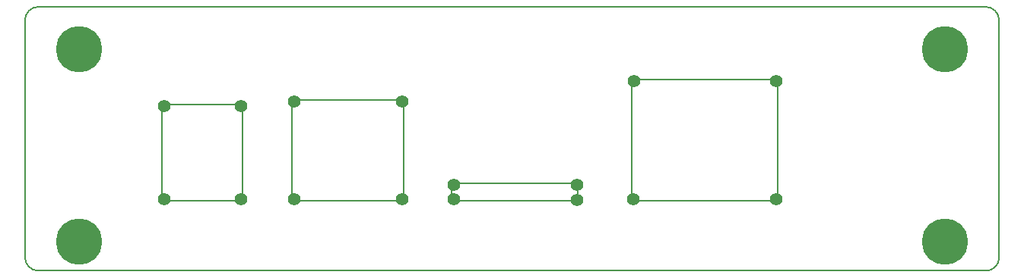
<source format=gbr>
%FSLAX36Y36*%
%MOMM*%
G04 EasyPC Gerber Version 18.0.8 Build 3632 *
%ADD11C,0.12700*%
%ADD83C,1.41000*%
%ADD13C,5.16000*%
X0Y0D02*
D02*
D11*
X22287500Y64911500D02*
G75*
G03X20787500Y63411500J-1500000D01*
G01*
Y36911500*
G75*
G03X22287500Y35411500I1500000*
G01*
X127787500*
G75*
G03X129287500Y36911500J1500000*
G01*
Y63411500*
G75*
G03X127787500Y64911500I-1500000*
G01*
X22287500*
X36537500Y54011500D02*
G75*
G03X36037500Y53511500J-500000D01*
G01*
Y43611500*
G75*
G03X36437500Y43211500I400000*
G01*
X44637500*
G75*
G03X45037500Y43611500J400000*
G01*
Y53511500*
G75*
G03X44537500Y54011500I-500000*
G01*
X36537500*
X51037500Y54511500D02*
G75*
G03X50537500Y54011500J-500000D01*
G01*
Y43711500*
G75*
G03X51037500Y43211500I500000*
G01*
X62487500*
G75*
G03X62987500Y43711500J500000*
G01*
Y54011500*
G75*
G03X62487500Y54511500I-500000*
G01*
X51037500*
X68837500Y45211500D02*
G75*
G03X68337500Y44711500J-500000D01*
G01*
Y43711500*
G75*
G03X68837500Y43211500I500000*
G01*
X81887500*
G75*
G03X82387500Y43711500J500000*
G01*
Y44711500*
G75*
G03X81887500Y45211500I-500000*
G01*
X68837500*
X88837500Y56811500D02*
G75*
G03X88337500Y56311500J-500000D01*
G01*
Y43711500*
G75*
G03X88837500Y43211500I500000*
G01*
X104087500*
G75*
G03X104587500Y43711500J500000*
G01*
Y56311500*
G75*
G03X104087500Y56811500I-500000*
G01*
X88837500*
D02*
D13*
X26787500Y38661500D03*
Y60161500D03*
X123287500Y38661500D03*
Y60161500D03*
D02*
D83*
X36287500Y43411500D03*
Y53811500D03*
X44887500Y43411500D03*
Y53811500D03*
X50787500Y43411500D03*
Y54311500D03*
X62837500Y43411500D03*
Y54311500D03*
X68575000Y43374000D03*
Y45061500D03*
X82275000Y43361500D03*
Y45024000D03*
X88550000Y43374000D03*
X88587500Y56586500D03*
X104450000Y43374000D03*
X104462500Y56636500D03*
X0Y0D02*
M02*

</source>
